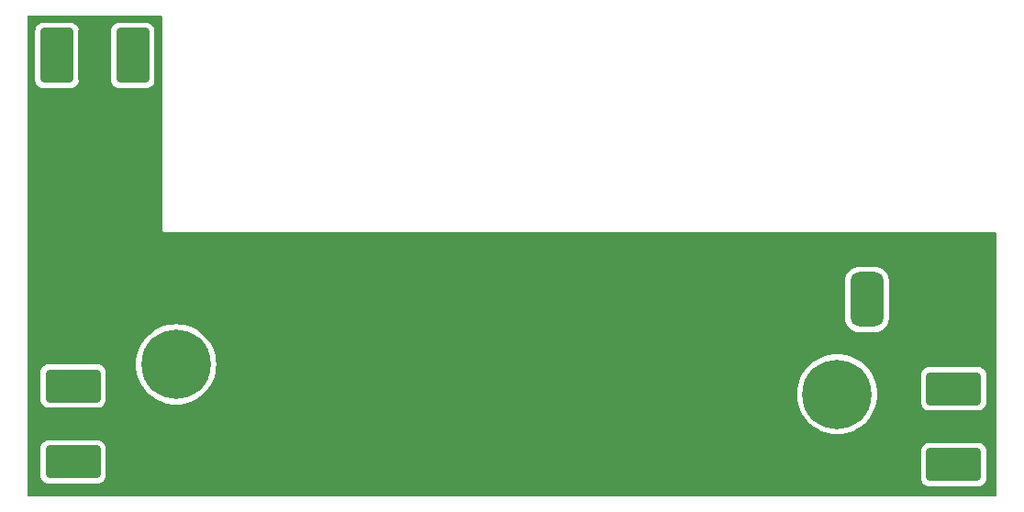
<source format=gbl>
G04 #@! TF.GenerationSoftware,KiCad,Pcbnew,8.0.6*
G04 #@! TF.CreationDate,2025-01-23T20:00:50-06:00*
G04 #@! TF.ProjectId,PD_Board,50445f42-6f61-4726-942e-6b696361645f,rev?*
G04 #@! TF.SameCoordinates,Original*
G04 #@! TF.FileFunction,Copper,L2,Bot*
G04 #@! TF.FilePolarity,Positive*
%FSLAX46Y46*%
G04 Gerber Fmt 4.6, Leading zero omitted, Abs format (unit mm)*
G04 Created by KiCad (PCBNEW 8.0.6) date 2025-01-23 20:00:50*
%MOMM*%
%LPD*%
G01*
G04 APERTURE LIST*
G04 Aperture macros list*
%AMRoundRect*
0 Rectangle with rounded corners*
0 $1 Rounding radius*
0 $2 $3 $4 $5 $6 $7 $8 $9 X,Y pos of 4 corners*
0 Add a 4 corners polygon primitive as box body*
4,1,4,$2,$3,$4,$5,$6,$7,$8,$9,$2,$3,0*
0 Add four circle primitives for the rounded corners*
1,1,$1+$1,$2,$3*
1,1,$1+$1,$4,$5*
1,1,$1+$1,$6,$7*
1,1,$1+$1,$8,$9*
0 Add four rect primitives between the rounded corners*
20,1,$1+$1,$2,$3,$4,$5,0*
20,1,$1+$1,$4,$5,$6,$7,0*
20,1,$1+$1,$6,$7,$8,$9,0*
20,1,$1+$1,$8,$9,$2,$3,0*%
G04 Aperture macros list end*
G04 #@! TA.AperFunction,ComponentPad*
%ADD10RoundRect,0.250000X-2.250000X-1.250000X2.250000X-1.250000X2.250000X1.250000X-2.250000X1.250000X0*%
G04 #@! TD*
G04 #@! TA.AperFunction,ComponentPad*
%ADD11C,6.400000*%
G04 #@! TD*
G04 #@! TA.AperFunction,ComponentPad*
%ADD12RoundRect,0.250000X-1.250000X2.250000X-1.250000X-2.250000X1.250000X-2.250000X1.250000X2.250000X0*%
G04 #@! TD*
G04 #@! TA.AperFunction,ComponentPad*
%ADD13RoundRect,0.750000X0.750000X-1.750000X0.750000X1.750000X-0.750000X1.750000X-0.750000X-1.750000X0*%
G04 #@! TD*
G04 #@! TA.AperFunction,ViaPad*
%ADD14C,0.600000*%
G04 #@! TD*
G04 APERTURE END LIST*
D10*
X185750000Y-114750000D03*
X185750000Y-118250000D03*
X185750000Y-121750000D03*
X104500000Y-114500000D03*
X104500000Y-118000000D03*
X104500000Y-121500000D03*
D11*
X114000000Y-112500000D03*
X175000000Y-115250000D03*
D12*
X103000000Y-84000000D03*
X106500000Y-84000000D03*
X110000000Y-84000000D03*
D13*
X177750000Y-106500000D03*
X182750000Y-106500000D03*
D14*
X167370000Y-121000000D03*
G04 #@! TA.AperFunction,Conductor*
G36*
X112699510Y-100039560D02*
G01*
X112719988Y-100115985D01*
X112759548Y-100184505D01*
X112815495Y-100240452D01*
X112884015Y-100280012D01*
X112960440Y-100300490D01*
X113039560Y-100300490D01*
X189575510Y-100300490D01*
X189642549Y-100320175D01*
X189688304Y-100372979D01*
X189699510Y-100424490D01*
X189699510Y-124575510D01*
X189679825Y-124642549D01*
X189627021Y-124688304D01*
X189575510Y-124699510D01*
X100424490Y-124699510D01*
X100357451Y-124679825D01*
X100311696Y-124627021D01*
X100300490Y-124575510D01*
X100300490Y-120199983D01*
X101499500Y-120199983D01*
X101499500Y-122800001D01*
X101499501Y-122800018D01*
X101510000Y-122902796D01*
X101510001Y-122902799D01*
X101558780Y-123050001D01*
X101565186Y-123069334D01*
X101657288Y-123218656D01*
X101781344Y-123342712D01*
X101930666Y-123434814D01*
X102097203Y-123489999D01*
X102199991Y-123500500D01*
X106800008Y-123500499D01*
X106902797Y-123489999D01*
X107069334Y-123434814D01*
X107218656Y-123342712D01*
X107342712Y-123218656D01*
X107434814Y-123069334D01*
X107489999Y-122902797D01*
X107500500Y-122800009D01*
X107500499Y-120449983D01*
X182749500Y-120449983D01*
X182749500Y-123050001D01*
X182749501Y-123050018D01*
X182760000Y-123152796D01*
X182760001Y-123152799D01*
X182815185Y-123319331D01*
X182815187Y-123319336D01*
X182850069Y-123375888D01*
X182907288Y-123468656D01*
X183031344Y-123592712D01*
X183180666Y-123684814D01*
X183347203Y-123739999D01*
X183449991Y-123750500D01*
X188050008Y-123750499D01*
X188152797Y-123739999D01*
X188319334Y-123684814D01*
X188468656Y-123592712D01*
X188592712Y-123468656D01*
X188684814Y-123319334D01*
X188739999Y-123152797D01*
X188750500Y-123050009D01*
X188750499Y-120449992D01*
X188739999Y-120347203D01*
X188684814Y-120180666D01*
X188592712Y-120031344D01*
X188468656Y-119907288D01*
X188319334Y-119815186D01*
X188152797Y-119760001D01*
X188152795Y-119760000D01*
X188050010Y-119749500D01*
X183449998Y-119749500D01*
X183449981Y-119749501D01*
X183347203Y-119760000D01*
X183347200Y-119760001D01*
X183180668Y-119815185D01*
X183180663Y-119815187D01*
X183031342Y-119907289D01*
X182907289Y-120031342D01*
X182815187Y-120180663D01*
X182815185Y-120180668D01*
X182808785Y-120199983D01*
X182760001Y-120347203D01*
X182760001Y-120347204D01*
X182760000Y-120347204D01*
X182749500Y-120449983D01*
X107500499Y-120449983D01*
X107500499Y-120199992D01*
X107489999Y-120097203D01*
X107434814Y-119930666D01*
X107342712Y-119781344D01*
X107218656Y-119657288D01*
X107069334Y-119565186D01*
X106902797Y-119510001D01*
X106902795Y-119510000D01*
X106800010Y-119499500D01*
X102199998Y-119499500D01*
X102199981Y-119499501D01*
X102097203Y-119510000D01*
X102097200Y-119510001D01*
X101930668Y-119565185D01*
X101930663Y-119565187D01*
X101781342Y-119657289D01*
X101657289Y-119781342D01*
X101565187Y-119930663D01*
X101565186Y-119930666D01*
X101510001Y-120097203D01*
X101510001Y-120097204D01*
X101510000Y-120097204D01*
X101499500Y-120199983D01*
X100300490Y-120199983D01*
X100300490Y-113199983D01*
X101499500Y-113199983D01*
X101499500Y-115800001D01*
X101499501Y-115800018D01*
X101510000Y-115902796D01*
X101510001Y-115902799D01*
X101548980Y-116020427D01*
X101565186Y-116069334D01*
X101657288Y-116218656D01*
X101781344Y-116342712D01*
X101930666Y-116434814D01*
X102097203Y-116489999D01*
X102199991Y-116500500D01*
X106800008Y-116500499D01*
X106902797Y-116489999D01*
X107069334Y-116434814D01*
X107218656Y-116342712D01*
X107342712Y-116218656D01*
X107434814Y-116069334D01*
X107489999Y-115902797D01*
X107500500Y-115800009D01*
X107500499Y-113199992D01*
X107489999Y-113097203D01*
X107434814Y-112930666D01*
X107342712Y-112781344D01*
X107218656Y-112657288D01*
X107069334Y-112565186D01*
X106902797Y-112510001D01*
X106902795Y-112510000D01*
X106804895Y-112499999D01*
X110294422Y-112499999D01*
X110294422Y-112500000D01*
X110314722Y-112887339D01*
X110375397Y-113270427D01*
X110375397Y-113270429D01*
X110475788Y-113645094D01*
X110614787Y-114007197D01*
X110790877Y-114352793D01*
X111002122Y-114678082D01*
X111002124Y-114678084D01*
X111246219Y-114979516D01*
X111520484Y-115253781D01*
X111520488Y-115253784D01*
X111821917Y-115497877D01*
X112036670Y-115637339D01*
X112147211Y-115709125D01*
X112492806Y-115885214D01*
X112806948Y-116005802D01*
X112845047Y-116020427D01*
X112854913Y-116024214D01*
X113229567Y-116124602D01*
X113612662Y-116185278D01*
X113978576Y-116204455D01*
X113999999Y-116205578D01*
X114000000Y-116205578D01*
X114000001Y-116205578D01*
X114020301Y-116204514D01*
X114387338Y-116185278D01*
X114770433Y-116124602D01*
X115145087Y-116024214D01*
X115507194Y-115885214D01*
X115852789Y-115709125D01*
X116178084Y-115497876D01*
X116479516Y-115253781D01*
X116483298Y-115249999D01*
X171294422Y-115249999D01*
X171294422Y-115250000D01*
X171314722Y-115637339D01*
X171356766Y-115902795D01*
X171375398Y-116020433D01*
X171410864Y-116152796D01*
X171475788Y-116395094D01*
X171614787Y-116757197D01*
X171790877Y-117102793D01*
X172002122Y-117428082D01*
X172002124Y-117428084D01*
X172246219Y-117729516D01*
X172520484Y-118003781D01*
X172520488Y-118003784D01*
X172821917Y-118247877D01*
X173147206Y-118459122D01*
X173147211Y-118459125D01*
X173492806Y-118635214D01*
X173854913Y-118774214D01*
X174229567Y-118874602D01*
X174612662Y-118935278D01*
X174978576Y-118954455D01*
X174999999Y-118955578D01*
X175000000Y-118955578D01*
X175000001Y-118955578D01*
X175020301Y-118954514D01*
X175387338Y-118935278D01*
X175770433Y-118874602D01*
X176145087Y-118774214D01*
X176507194Y-118635214D01*
X176852789Y-118459125D01*
X177178084Y-118247876D01*
X177479516Y-118003781D01*
X177753781Y-117729516D01*
X177997876Y-117428084D01*
X178209125Y-117102789D01*
X178385214Y-116757194D01*
X178524214Y-116395087D01*
X178624602Y-116020433D01*
X178685278Y-115637338D01*
X178705578Y-115250000D01*
X178685278Y-114862662D01*
X178624602Y-114479567D01*
X178524214Y-114104913D01*
X178385214Y-113742806D01*
X178236014Y-113449983D01*
X182749500Y-113449983D01*
X182749500Y-116050001D01*
X182749501Y-116050018D01*
X182760000Y-116152796D01*
X182760001Y-116152799D01*
X182815185Y-116319331D01*
X182815187Y-116319336D01*
X182850069Y-116375888D01*
X182907288Y-116468656D01*
X183031344Y-116592712D01*
X183180666Y-116684814D01*
X183347203Y-116739999D01*
X183449991Y-116750500D01*
X188050008Y-116750499D01*
X188152797Y-116739999D01*
X188319334Y-116684814D01*
X188468656Y-116592712D01*
X188592712Y-116468656D01*
X188684814Y-116319334D01*
X188739999Y-116152797D01*
X188750500Y-116050009D01*
X188750499Y-113449992D01*
X188739999Y-113347203D01*
X188684814Y-113180666D01*
X188592712Y-113031344D01*
X188468656Y-112907288D01*
X188319334Y-112815186D01*
X188152797Y-112760001D01*
X188152795Y-112760000D01*
X188050010Y-112749500D01*
X183449998Y-112749500D01*
X183449981Y-112749501D01*
X183347203Y-112760000D01*
X183347200Y-112760001D01*
X183180668Y-112815185D01*
X183180663Y-112815187D01*
X183031342Y-112907289D01*
X182907289Y-113031342D01*
X182815187Y-113180663D01*
X182815185Y-113180668D01*
X182808785Y-113199983D01*
X182760001Y-113347203D01*
X182760001Y-113347204D01*
X182760000Y-113347204D01*
X182749500Y-113449983D01*
X178236014Y-113449983D01*
X178209125Y-113397211D01*
X178176650Y-113347204D01*
X177997877Y-113071917D01*
X177762575Y-112781344D01*
X177753781Y-112770484D01*
X177479516Y-112496219D01*
X177178084Y-112252124D01*
X177178082Y-112252122D01*
X176852793Y-112040877D01*
X176507197Y-111864787D01*
X176145094Y-111725788D01*
X176145087Y-111725786D01*
X175770433Y-111625398D01*
X175770429Y-111625397D01*
X175770428Y-111625397D01*
X175387339Y-111564722D01*
X175000001Y-111544422D01*
X174999999Y-111544422D01*
X174612660Y-111564722D01*
X174229572Y-111625397D01*
X174229570Y-111625397D01*
X173854905Y-111725788D01*
X173492802Y-111864787D01*
X173147206Y-112040877D01*
X172821917Y-112252122D01*
X172520488Y-112496215D01*
X172520480Y-112496222D01*
X172246222Y-112770480D01*
X172246215Y-112770488D01*
X172002122Y-113071917D01*
X171790877Y-113397206D01*
X171614787Y-113742802D01*
X171475788Y-114104905D01*
X171375397Y-114479570D01*
X171375397Y-114479572D01*
X171314722Y-114862660D01*
X171294422Y-115249999D01*
X116483298Y-115249999D01*
X116753781Y-114979516D01*
X116997876Y-114678084D01*
X117209125Y-114352789D01*
X117385214Y-114007194D01*
X117524214Y-113645087D01*
X117624602Y-113270433D01*
X117685278Y-112887338D01*
X117705578Y-112500000D01*
X117685278Y-112112662D01*
X117624602Y-111729567D01*
X117524214Y-111354913D01*
X117385214Y-110992806D01*
X117209125Y-110647211D01*
X116997876Y-110321916D01*
X116753781Y-110020484D01*
X116479516Y-109746219D01*
X116178084Y-109502124D01*
X116178082Y-109502122D01*
X115852793Y-109290877D01*
X115507197Y-109114787D01*
X115145094Y-108975788D01*
X115145087Y-108975786D01*
X114770433Y-108875398D01*
X114770429Y-108875397D01*
X114770428Y-108875397D01*
X114387339Y-108814722D01*
X114000001Y-108794422D01*
X113999999Y-108794422D01*
X113612660Y-108814722D01*
X113229572Y-108875397D01*
X113229570Y-108875397D01*
X112854905Y-108975788D01*
X112492802Y-109114787D01*
X112147206Y-109290877D01*
X111821917Y-109502122D01*
X111520488Y-109746215D01*
X111520480Y-109746222D01*
X111246222Y-110020480D01*
X111246215Y-110020488D01*
X111002122Y-110321917D01*
X110790877Y-110647206D01*
X110614787Y-110992802D01*
X110475788Y-111354905D01*
X110375397Y-111729570D01*
X110375397Y-111729572D01*
X110314722Y-112112660D01*
X110294422Y-112499999D01*
X106804895Y-112499999D01*
X106800010Y-112499500D01*
X102199998Y-112499500D01*
X102199981Y-112499501D01*
X102097203Y-112510000D01*
X102097200Y-112510001D01*
X101930668Y-112565185D01*
X101930663Y-112565187D01*
X101781342Y-112657289D01*
X101657289Y-112781342D01*
X101565187Y-112930663D01*
X101565186Y-112930666D01*
X101510001Y-113097203D01*
X101510001Y-113097204D01*
X101510000Y-113097204D01*
X101499500Y-113199983D01*
X100300490Y-113199983D01*
X100300490Y-104685777D01*
X175749500Y-104685777D01*
X175749500Y-108314208D01*
X175749501Y-108314223D01*
X175759904Y-108446413D01*
X175759905Y-108446420D01*
X175814902Y-108664678D01*
X175814903Y-108664681D01*
X175907991Y-108869622D01*
X175907997Y-108869632D01*
X176036174Y-109054645D01*
X176036178Y-109054650D01*
X176036181Y-109054654D01*
X176195346Y-109213819D01*
X176195350Y-109213822D01*
X176195354Y-109213825D01*
X176306569Y-109290875D01*
X176380374Y-109342007D01*
X176585317Y-109435096D01*
X176585321Y-109435097D01*
X176803579Y-109490094D01*
X176803581Y-109490094D01*
X176803588Y-109490096D01*
X176935783Y-109500500D01*
X178564216Y-109500499D01*
X178696412Y-109490096D01*
X178914683Y-109435096D01*
X179119626Y-109342007D01*
X179304654Y-109213819D01*
X179463819Y-109054654D01*
X179592007Y-108869626D01*
X179685096Y-108664683D01*
X179740096Y-108446412D01*
X179750500Y-108314217D01*
X179750499Y-104685784D01*
X179740096Y-104553588D01*
X179685096Y-104335317D01*
X179592007Y-104130374D01*
X179463819Y-103945346D01*
X179304654Y-103786181D01*
X179304650Y-103786178D01*
X179304645Y-103786174D01*
X179119632Y-103657997D01*
X179119630Y-103657995D01*
X179119626Y-103657993D01*
X178914683Y-103564904D01*
X178914681Y-103564903D01*
X178914678Y-103564902D01*
X178696420Y-103509905D01*
X178696413Y-103509904D01*
X178652347Y-103506436D01*
X178564217Y-103499500D01*
X178564215Y-103499500D01*
X176935791Y-103499500D01*
X176935776Y-103499501D01*
X176803586Y-103509904D01*
X176803579Y-103509905D01*
X176585321Y-103564902D01*
X176585318Y-103564903D01*
X176380377Y-103657991D01*
X176380367Y-103657997D01*
X176195354Y-103786174D01*
X176195342Y-103786184D01*
X176036184Y-103945342D01*
X176036174Y-103945354D01*
X175907997Y-104130367D01*
X175907991Y-104130377D01*
X175814903Y-104335318D01*
X175814902Y-104335321D01*
X175759905Y-104553579D01*
X175759904Y-104553586D01*
X175749500Y-104685777D01*
X100300490Y-104685777D01*
X100300490Y-100000000D01*
X112699510Y-100000000D01*
X112699510Y-100039560D01*
G37*
G04 #@! TD.AperFunction*
G04 #@! TA.AperFunction,Conductor*
G36*
X112642549Y-80320175D02*
G01*
X112688304Y-80372979D01*
X112699510Y-80424490D01*
X112699510Y-100000000D01*
X100300490Y-100000000D01*
X100300490Y-81699983D01*
X100999500Y-81699983D01*
X100999500Y-86300001D01*
X100999501Y-86300018D01*
X101010000Y-86402796D01*
X101010001Y-86402799D01*
X101065185Y-86569331D01*
X101065186Y-86569334D01*
X101157288Y-86718656D01*
X101281344Y-86842712D01*
X101430666Y-86934814D01*
X101597203Y-86989999D01*
X101699991Y-87000500D01*
X104300008Y-87000499D01*
X104402797Y-86989999D01*
X104569334Y-86934814D01*
X104718656Y-86842712D01*
X104842712Y-86718656D01*
X104934814Y-86569334D01*
X104989999Y-86402797D01*
X105000500Y-86300009D01*
X105000499Y-81699992D01*
X105000498Y-81699983D01*
X107999500Y-81699983D01*
X107999500Y-86300001D01*
X107999501Y-86300018D01*
X108010000Y-86402796D01*
X108010001Y-86402799D01*
X108065185Y-86569331D01*
X108065186Y-86569334D01*
X108157288Y-86718656D01*
X108281344Y-86842712D01*
X108430666Y-86934814D01*
X108597203Y-86989999D01*
X108699991Y-87000500D01*
X111300008Y-87000499D01*
X111402797Y-86989999D01*
X111569334Y-86934814D01*
X111718656Y-86842712D01*
X111842712Y-86718656D01*
X111934814Y-86569334D01*
X111989999Y-86402797D01*
X112000500Y-86300009D01*
X112000499Y-81699992D01*
X111989999Y-81597203D01*
X111934814Y-81430666D01*
X111842712Y-81281344D01*
X111718656Y-81157288D01*
X111569334Y-81065186D01*
X111402797Y-81010001D01*
X111402795Y-81010000D01*
X111300010Y-80999500D01*
X108699998Y-80999500D01*
X108699981Y-80999501D01*
X108597203Y-81010000D01*
X108597200Y-81010001D01*
X108430668Y-81065185D01*
X108430663Y-81065187D01*
X108281342Y-81157289D01*
X108157289Y-81281342D01*
X108065187Y-81430663D01*
X108065186Y-81430666D01*
X108010001Y-81597203D01*
X108010001Y-81597204D01*
X108010000Y-81597204D01*
X107999500Y-81699983D01*
X105000498Y-81699983D01*
X104989999Y-81597203D01*
X104934814Y-81430666D01*
X104842712Y-81281344D01*
X104718656Y-81157288D01*
X104569334Y-81065186D01*
X104402797Y-81010001D01*
X104402795Y-81010000D01*
X104300010Y-80999500D01*
X101699998Y-80999500D01*
X101699981Y-80999501D01*
X101597203Y-81010000D01*
X101597200Y-81010001D01*
X101430668Y-81065185D01*
X101430663Y-81065187D01*
X101281342Y-81157289D01*
X101157289Y-81281342D01*
X101065187Y-81430663D01*
X101065186Y-81430666D01*
X101010001Y-81597203D01*
X101010001Y-81597204D01*
X101010000Y-81597204D01*
X100999500Y-81699983D01*
X100300490Y-81699983D01*
X100300490Y-80424490D01*
X100320175Y-80357451D01*
X100372979Y-80311696D01*
X100424490Y-80300490D01*
X112575510Y-80300490D01*
X112642549Y-80320175D01*
G37*
G04 #@! TD.AperFunction*
M02*

</source>
